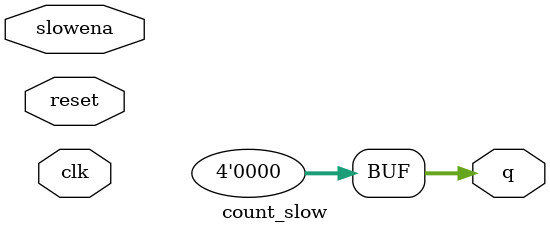
<source format=v>

module count_slow(
    input clk,
    input slowena,
    input reset,
    output reg [3:0] q);

// On the positive edge of the clock:
// if reset is high, reset the output q to 0. 
// Otherwise, only increment the output q if the ena input is high and q is not 9.
// (This is known as a "combinational logic" design)
// If the input ena is high, clear the q at the edge of the clock.
initial begin
q=4'b0000;
	repeat(8) begin
	#5 if (q!=4'b1010) begin
	$display("setup");
	q<=#5 {1'b0,q[3:1]};
	end
	else q<=#5 4'b0000;
	end
end
endmodule

</source>
